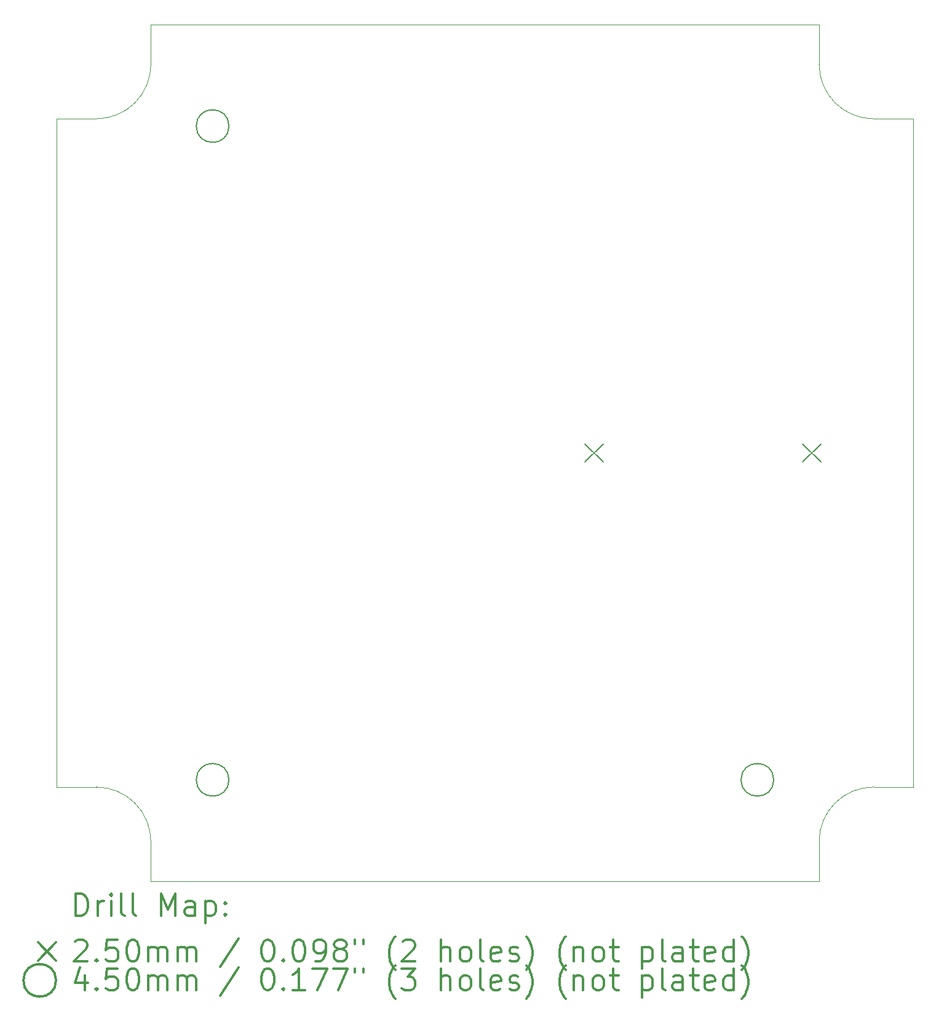
<source format=gbr>
%FSLAX45Y45*%
G04 Gerber Fmt 4.5, Leading zero omitted, Abs format (unit mm)*
G04 Created by KiCad (PCBNEW 4.0.7-e2-6376~61~ubuntu18.04.1) date Thu Aug  9 16:35:48 2018*
%MOMM*%
%LPD*%
G01*
G04 APERTURE LIST*
%ADD10C,0.127000*%
%ADD11C,0.100000*%
%ADD12C,0.200000*%
%ADD13C,0.300000*%
G04 APERTURE END LIST*
D10*
D11*
X20100000Y-2650000D02*
G75*
G03X20850000Y-3400000I750000J0D01*
G01*
X20850000Y-12600000D02*
G75*
G03X20100000Y-13350000I0J-750000D01*
G01*
X10900000Y-13350000D02*
G75*
G03X10150000Y-12600000I-750000J0D01*
G01*
X10150000Y-3400000D02*
G75*
G03X10900000Y-2650000I0J750000D01*
G01*
X20100000Y-13350000D02*
X20100000Y-13900000D01*
X21400000Y-12600000D02*
X20850000Y-12600000D01*
X21400000Y-3400000D02*
X21400000Y-12600000D01*
X20850000Y-3400000D02*
X21400000Y-3400000D01*
X20100000Y-2100000D02*
X20100000Y-2650000D01*
X10900000Y-2100000D02*
X20100000Y-2100000D01*
X10900000Y-2650000D02*
X10900000Y-2100000D01*
X9600000Y-3400000D02*
X10150000Y-3400000D01*
X9600000Y-12600000D02*
X9600000Y-3400000D01*
X10150000Y-12600000D02*
X9600000Y-12600000D01*
X10900000Y-13900000D02*
X10900000Y-13350000D01*
X10900000Y-13900000D02*
X20100000Y-13900000D01*
D12*
X16875000Y-7875000D02*
X17125000Y-8125000D01*
X17125000Y-7875000D02*
X16875000Y-8125000D01*
X19875000Y-7875000D02*
X20125000Y-8125000D01*
X20125000Y-7875000D02*
X19875000Y-8125000D01*
X11975000Y-3500000D02*
G75*
G03X11975000Y-3500000I-225000J0D01*
G01*
X11975000Y-12500000D02*
G75*
G03X11975000Y-12500000I-225000J0D01*
G01*
X19475000Y-12500000D02*
G75*
G03X19475000Y-12500000I-225000J0D01*
G01*
D13*
X9866429Y-14370714D02*
X9866429Y-14070714D01*
X9937857Y-14070714D01*
X9980714Y-14085000D01*
X10009286Y-14113571D01*
X10023571Y-14142143D01*
X10037857Y-14199286D01*
X10037857Y-14242143D01*
X10023571Y-14299286D01*
X10009286Y-14327857D01*
X9980714Y-14356429D01*
X9937857Y-14370714D01*
X9866429Y-14370714D01*
X10166429Y-14370714D02*
X10166429Y-14170714D01*
X10166429Y-14227857D02*
X10180714Y-14199286D01*
X10195000Y-14185000D01*
X10223571Y-14170714D01*
X10252143Y-14170714D01*
X10352143Y-14370714D02*
X10352143Y-14170714D01*
X10352143Y-14070714D02*
X10337857Y-14085000D01*
X10352143Y-14099286D01*
X10366429Y-14085000D01*
X10352143Y-14070714D01*
X10352143Y-14099286D01*
X10537857Y-14370714D02*
X10509286Y-14356429D01*
X10495000Y-14327857D01*
X10495000Y-14070714D01*
X10695000Y-14370714D02*
X10666429Y-14356429D01*
X10652143Y-14327857D01*
X10652143Y-14070714D01*
X11037857Y-14370714D02*
X11037857Y-14070714D01*
X11137857Y-14285000D01*
X11237857Y-14070714D01*
X11237857Y-14370714D01*
X11509286Y-14370714D02*
X11509286Y-14213571D01*
X11495000Y-14185000D01*
X11466428Y-14170714D01*
X11409286Y-14170714D01*
X11380714Y-14185000D01*
X11509286Y-14356429D02*
X11480714Y-14370714D01*
X11409286Y-14370714D01*
X11380714Y-14356429D01*
X11366428Y-14327857D01*
X11366428Y-14299286D01*
X11380714Y-14270714D01*
X11409286Y-14256429D01*
X11480714Y-14256429D01*
X11509286Y-14242143D01*
X11652143Y-14170714D02*
X11652143Y-14470714D01*
X11652143Y-14185000D02*
X11680714Y-14170714D01*
X11737857Y-14170714D01*
X11766428Y-14185000D01*
X11780714Y-14199286D01*
X11795000Y-14227857D01*
X11795000Y-14313571D01*
X11780714Y-14342143D01*
X11766428Y-14356429D01*
X11737857Y-14370714D01*
X11680714Y-14370714D01*
X11652143Y-14356429D01*
X11923571Y-14342143D02*
X11937857Y-14356429D01*
X11923571Y-14370714D01*
X11909286Y-14356429D01*
X11923571Y-14342143D01*
X11923571Y-14370714D01*
X11923571Y-14185000D02*
X11937857Y-14199286D01*
X11923571Y-14213571D01*
X11909286Y-14199286D01*
X11923571Y-14185000D01*
X11923571Y-14213571D01*
X9345000Y-14740000D02*
X9595000Y-14990000D01*
X9595000Y-14740000D02*
X9345000Y-14990000D01*
X9852143Y-14729286D02*
X9866429Y-14715000D01*
X9895000Y-14700714D01*
X9966429Y-14700714D01*
X9995000Y-14715000D01*
X10009286Y-14729286D01*
X10023571Y-14757857D01*
X10023571Y-14786429D01*
X10009286Y-14829286D01*
X9837857Y-15000714D01*
X10023571Y-15000714D01*
X10152143Y-14972143D02*
X10166429Y-14986429D01*
X10152143Y-15000714D01*
X10137857Y-14986429D01*
X10152143Y-14972143D01*
X10152143Y-15000714D01*
X10437857Y-14700714D02*
X10295000Y-14700714D01*
X10280714Y-14843571D01*
X10295000Y-14829286D01*
X10323571Y-14815000D01*
X10395000Y-14815000D01*
X10423571Y-14829286D01*
X10437857Y-14843571D01*
X10452143Y-14872143D01*
X10452143Y-14943571D01*
X10437857Y-14972143D01*
X10423571Y-14986429D01*
X10395000Y-15000714D01*
X10323571Y-15000714D01*
X10295000Y-14986429D01*
X10280714Y-14972143D01*
X10637857Y-14700714D02*
X10666429Y-14700714D01*
X10695000Y-14715000D01*
X10709286Y-14729286D01*
X10723571Y-14757857D01*
X10737857Y-14815000D01*
X10737857Y-14886429D01*
X10723571Y-14943571D01*
X10709286Y-14972143D01*
X10695000Y-14986429D01*
X10666429Y-15000714D01*
X10637857Y-15000714D01*
X10609286Y-14986429D01*
X10595000Y-14972143D01*
X10580714Y-14943571D01*
X10566429Y-14886429D01*
X10566429Y-14815000D01*
X10580714Y-14757857D01*
X10595000Y-14729286D01*
X10609286Y-14715000D01*
X10637857Y-14700714D01*
X10866429Y-15000714D02*
X10866429Y-14800714D01*
X10866429Y-14829286D02*
X10880714Y-14815000D01*
X10909286Y-14800714D01*
X10952143Y-14800714D01*
X10980714Y-14815000D01*
X10995000Y-14843571D01*
X10995000Y-15000714D01*
X10995000Y-14843571D02*
X11009286Y-14815000D01*
X11037857Y-14800714D01*
X11080714Y-14800714D01*
X11109286Y-14815000D01*
X11123571Y-14843571D01*
X11123571Y-15000714D01*
X11266428Y-15000714D02*
X11266428Y-14800714D01*
X11266428Y-14829286D02*
X11280714Y-14815000D01*
X11309286Y-14800714D01*
X11352143Y-14800714D01*
X11380714Y-14815000D01*
X11395000Y-14843571D01*
X11395000Y-15000714D01*
X11395000Y-14843571D02*
X11409286Y-14815000D01*
X11437857Y-14800714D01*
X11480714Y-14800714D01*
X11509286Y-14815000D01*
X11523571Y-14843571D01*
X11523571Y-15000714D01*
X12109286Y-14686429D02*
X11852143Y-15072143D01*
X12495000Y-14700714D02*
X12523571Y-14700714D01*
X12552143Y-14715000D01*
X12566428Y-14729286D01*
X12580714Y-14757857D01*
X12595000Y-14815000D01*
X12595000Y-14886429D01*
X12580714Y-14943571D01*
X12566428Y-14972143D01*
X12552143Y-14986429D01*
X12523571Y-15000714D01*
X12495000Y-15000714D01*
X12466428Y-14986429D01*
X12452143Y-14972143D01*
X12437857Y-14943571D01*
X12423571Y-14886429D01*
X12423571Y-14815000D01*
X12437857Y-14757857D01*
X12452143Y-14729286D01*
X12466428Y-14715000D01*
X12495000Y-14700714D01*
X12723571Y-14972143D02*
X12737857Y-14986429D01*
X12723571Y-15000714D01*
X12709286Y-14986429D01*
X12723571Y-14972143D01*
X12723571Y-15000714D01*
X12923571Y-14700714D02*
X12952143Y-14700714D01*
X12980714Y-14715000D01*
X12995000Y-14729286D01*
X13009285Y-14757857D01*
X13023571Y-14815000D01*
X13023571Y-14886429D01*
X13009285Y-14943571D01*
X12995000Y-14972143D01*
X12980714Y-14986429D01*
X12952143Y-15000714D01*
X12923571Y-15000714D01*
X12895000Y-14986429D01*
X12880714Y-14972143D01*
X12866428Y-14943571D01*
X12852143Y-14886429D01*
X12852143Y-14815000D01*
X12866428Y-14757857D01*
X12880714Y-14729286D01*
X12895000Y-14715000D01*
X12923571Y-14700714D01*
X13166428Y-15000714D02*
X13223571Y-15000714D01*
X13252143Y-14986429D01*
X13266428Y-14972143D01*
X13295000Y-14929286D01*
X13309285Y-14872143D01*
X13309285Y-14757857D01*
X13295000Y-14729286D01*
X13280714Y-14715000D01*
X13252143Y-14700714D01*
X13195000Y-14700714D01*
X13166428Y-14715000D01*
X13152143Y-14729286D01*
X13137857Y-14757857D01*
X13137857Y-14829286D01*
X13152143Y-14857857D01*
X13166428Y-14872143D01*
X13195000Y-14886429D01*
X13252143Y-14886429D01*
X13280714Y-14872143D01*
X13295000Y-14857857D01*
X13309285Y-14829286D01*
X13480714Y-14829286D02*
X13452143Y-14815000D01*
X13437857Y-14800714D01*
X13423571Y-14772143D01*
X13423571Y-14757857D01*
X13437857Y-14729286D01*
X13452143Y-14715000D01*
X13480714Y-14700714D01*
X13537857Y-14700714D01*
X13566428Y-14715000D01*
X13580714Y-14729286D01*
X13595000Y-14757857D01*
X13595000Y-14772143D01*
X13580714Y-14800714D01*
X13566428Y-14815000D01*
X13537857Y-14829286D01*
X13480714Y-14829286D01*
X13452143Y-14843571D01*
X13437857Y-14857857D01*
X13423571Y-14886429D01*
X13423571Y-14943571D01*
X13437857Y-14972143D01*
X13452143Y-14986429D01*
X13480714Y-15000714D01*
X13537857Y-15000714D01*
X13566428Y-14986429D01*
X13580714Y-14972143D01*
X13595000Y-14943571D01*
X13595000Y-14886429D01*
X13580714Y-14857857D01*
X13566428Y-14843571D01*
X13537857Y-14829286D01*
X13709286Y-14700714D02*
X13709286Y-14757857D01*
X13823571Y-14700714D02*
X13823571Y-14757857D01*
X14266428Y-15115000D02*
X14252143Y-15100714D01*
X14223571Y-15057857D01*
X14209285Y-15029286D01*
X14195000Y-14986429D01*
X14180714Y-14915000D01*
X14180714Y-14857857D01*
X14195000Y-14786429D01*
X14209285Y-14743571D01*
X14223571Y-14715000D01*
X14252143Y-14672143D01*
X14266428Y-14657857D01*
X14366428Y-14729286D02*
X14380714Y-14715000D01*
X14409285Y-14700714D01*
X14480714Y-14700714D01*
X14509285Y-14715000D01*
X14523571Y-14729286D01*
X14537857Y-14757857D01*
X14537857Y-14786429D01*
X14523571Y-14829286D01*
X14352143Y-15000714D01*
X14537857Y-15000714D01*
X14895000Y-15000714D02*
X14895000Y-14700714D01*
X15023571Y-15000714D02*
X15023571Y-14843571D01*
X15009285Y-14815000D01*
X14980714Y-14800714D01*
X14937857Y-14800714D01*
X14909285Y-14815000D01*
X14895000Y-14829286D01*
X15209285Y-15000714D02*
X15180714Y-14986429D01*
X15166428Y-14972143D01*
X15152143Y-14943571D01*
X15152143Y-14857857D01*
X15166428Y-14829286D01*
X15180714Y-14815000D01*
X15209285Y-14800714D01*
X15252143Y-14800714D01*
X15280714Y-14815000D01*
X15295000Y-14829286D01*
X15309285Y-14857857D01*
X15309285Y-14943571D01*
X15295000Y-14972143D01*
X15280714Y-14986429D01*
X15252143Y-15000714D01*
X15209285Y-15000714D01*
X15480714Y-15000714D02*
X15452143Y-14986429D01*
X15437857Y-14957857D01*
X15437857Y-14700714D01*
X15709286Y-14986429D02*
X15680714Y-15000714D01*
X15623571Y-15000714D01*
X15595000Y-14986429D01*
X15580714Y-14957857D01*
X15580714Y-14843571D01*
X15595000Y-14815000D01*
X15623571Y-14800714D01*
X15680714Y-14800714D01*
X15709286Y-14815000D01*
X15723571Y-14843571D01*
X15723571Y-14872143D01*
X15580714Y-14900714D01*
X15837857Y-14986429D02*
X15866428Y-15000714D01*
X15923571Y-15000714D01*
X15952143Y-14986429D01*
X15966428Y-14957857D01*
X15966428Y-14943571D01*
X15952143Y-14915000D01*
X15923571Y-14900714D01*
X15880714Y-14900714D01*
X15852143Y-14886429D01*
X15837857Y-14857857D01*
X15837857Y-14843571D01*
X15852143Y-14815000D01*
X15880714Y-14800714D01*
X15923571Y-14800714D01*
X15952143Y-14815000D01*
X16066428Y-15115000D02*
X16080714Y-15100714D01*
X16109286Y-15057857D01*
X16123571Y-15029286D01*
X16137857Y-14986429D01*
X16152143Y-14915000D01*
X16152143Y-14857857D01*
X16137857Y-14786429D01*
X16123571Y-14743571D01*
X16109286Y-14715000D01*
X16080714Y-14672143D01*
X16066428Y-14657857D01*
X16609286Y-15115000D02*
X16595000Y-15100714D01*
X16566428Y-15057857D01*
X16552143Y-15029286D01*
X16537857Y-14986429D01*
X16523571Y-14915000D01*
X16523571Y-14857857D01*
X16537857Y-14786429D01*
X16552143Y-14743571D01*
X16566428Y-14715000D01*
X16595000Y-14672143D01*
X16609286Y-14657857D01*
X16723571Y-14800714D02*
X16723571Y-15000714D01*
X16723571Y-14829286D02*
X16737857Y-14815000D01*
X16766428Y-14800714D01*
X16809286Y-14800714D01*
X16837857Y-14815000D01*
X16852143Y-14843571D01*
X16852143Y-15000714D01*
X17037857Y-15000714D02*
X17009286Y-14986429D01*
X16995000Y-14972143D01*
X16980714Y-14943571D01*
X16980714Y-14857857D01*
X16995000Y-14829286D01*
X17009286Y-14815000D01*
X17037857Y-14800714D01*
X17080714Y-14800714D01*
X17109286Y-14815000D01*
X17123571Y-14829286D01*
X17137857Y-14857857D01*
X17137857Y-14943571D01*
X17123571Y-14972143D01*
X17109286Y-14986429D01*
X17080714Y-15000714D01*
X17037857Y-15000714D01*
X17223571Y-14800714D02*
X17337857Y-14800714D01*
X17266429Y-14700714D02*
X17266429Y-14957857D01*
X17280714Y-14986429D01*
X17309286Y-15000714D01*
X17337857Y-15000714D01*
X17666429Y-14800714D02*
X17666429Y-15100714D01*
X17666429Y-14815000D02*
X17695000Y-14800714D01*
X17752143Y-14800714D01*
X17780714Y-14815000D01*
X17795000Y-14829286D01*
X17809286Y-14857857D01*
X17809286Y-14943571D01*
X17795000Y-14972143D01*
X17780714Y-14986429D01*
X17752143Y-15000714D01*
X17695000Y-15000714D01*
X17666429Y-14986429D01*
X17980714Y-15000714D02*
X17952143Y-14986429D01*
X17937857Y-14957857D01*
X17937857Y-14700714D01*
X18223571Y-15000714D02*
X18223571Y-14843571D01*
X18209286Y-14815000D01*
X18180714Y-14800714D01*
X18123571Y-14800714D01*
X18095000Y-14815000D01*
X18223571Y-14986429D02*
X18195000Y-15000714D01*
X18123571Y-15000714D01*
X18095000Y-14986429D01*
X18080714Y-14957857D01*
X18080714Y-14929286D01*
X18095000Y-14900714D01*
X18123571Y-14886429D01*
X18195000Y-14886429D01*
X18223571Y-14872143D01*
X18323571Y-14800714D02*
X18437857Y-14800714D01*
X18366429Y-14700714D02*
X18366429Y-14957857D01*
X18380714Y-14986429D01*
X18409286Y-15000714D01*
X18437857Y-15000714D01*
X18652143Y-14986429D02*
X18623572Y-15000714D01*
X18566429Y-15000714D01*
X18537857Y-14986429D01*
X18523572Y-14957857D01*
X18523572Y-14843571D01*
X18537857Y-14815000D01*
X18566429Y-14800714D01*
X18623572Y-14800714D01*
X18652143Y-14815000D01*
X18666429Y-14843571D01*
X18666429Y-14872143D01*
X18523572Y-14900714D01*
X18923572Y-15000714D02*
X18923572Y-14700714D01*
X18923572Y-14986429D02*
X18895000Y-15000714D01*
X18837857Y-15000714D01*
X18809286Y-14986429D01*
X18795000Y-14972143D01*
X18780714Y-14943571D01*
X18780714Y-14857857D01*
X18795000Y-14829286D01*
X18809286Y-14815000D01*
X18837857Y-14800714D01*
X18895000Y-14800714D01*
X18923572Y-14815000D01*
X19037857Y-15115000D02*
X19052143Y-15100714D01*
X19080714Y-15057857D01*
X19095000Y-15029286D01*
X19109286Y-14986429D01*
X19123572Y-14915000D01*
X19123572Y-14857857D01*
X19109286Y-14786429D01*
X19095000Y-14743571D01*
X19080714Y-14715000D01*
X19052143Y-14672143D01*
X19037857Y-14657857D01*
X9595000Y-15261000D02*
G75*
G03X9595000Y-15261000I-225000J0D01*
G01*
X9995000Y-15196714D02*
X9995000Y-15396714D01*
X9923571Y-15082429D02*
X9852143Y-15296714D01*
X10037857Y-15296714D01*
X10152143Y-15368143D02*
X10166429Y-15382429D01*
X10152143Y-15396714D01*
X10137857Y-15382429D01*
X10152143Y-15368143D01*
X10152143Y-15396714D01*
X10437857Y-15096714D02*
X10295000Y-15096714D01*
X10280714Y-15239571D01*
X10295000Y-15225286D01*
X10323571Y-15211000D01*
X10395000Y-15211000D01*
X10423571Y-15225286D01*
X10437857Y-15239571D01*
X10452143Y-15268143D01*
X10452143Y-15339571D01*
X10437857Y-15368143D01*
X10423571Y-15382429D01*
X10395000Y-15396714D01*
X10323571Y-15396714D01*
X10295000Y-15382429D01*
X10280714Y-15368143D01*
X10637857Y-15096714D02*
X10666429Y-15096714D01*
X10695000Y-15111000D01*
X10709286Y-15125286D01*
X10723571Y-15153857D01*
X10737857Y-15211000D01*
X10737857Y-15282429D01*
X10723571Y-15339571D01*
X10709286Y-15368143D01*
X10695000Y-15382429D01*
X10666429Y-15396714D01*
X10637857Y-15396714D01*
X10609286Y-15382429D01*
X10595000Y-15368143D01*
X10580714Y-15339571D01*
X10566429Y-15282429D01*
X10566429Y-15211000D01*
X10580714Y-15153857D01*
X10595000Y-15125286D01*
X10609286Y-15111000D01*
X10637857Y-15096714D01*
X10866429Y-15396714D02*
X10866429Y-15196714D01*
X10866429Y-15225286D02*
X10880714Y-15211000D01*
X10909286Y-15196714D01*
X10952143Y-15196714D01*
X10980714Y-15211000D01*
X10995000Y-15239571D01*
X10995000Y-15396714D01*
X10995000Y-15239571D02*
X11009286Y-15211000D01*
X11037857Y-15196714D01*
X11080714Y-15196714D01*
X11109286Y-15211000D01*
X11123571Y-15239571D01*
X11123571Y-15396714D01*
X11266428Y-15396714D02*
X11266428Y-15196714D01*
X11266428Y-15225286D02*
X11280714Y-15211000D01*
X11309286Y-15196714D01*
X11352143Y-15196714D01*
X11380714Y-15211000D01*
X11395000Y-15239571D01*
X11395000Y-15396714D01*
X11395000Y-15239571D02*
X11409286Y-15211000D01*
X11437857Y-15196714D01*
X11480714Y-15196714D01*
X11509286Y-15211000D01*
X11523571Y-15239571D01*
X11523571Y-15396714D01*
X12109286Y-15082429D02*
X11852143Y-15468143D01*
X12495000Y-15096714D02*
X12523571Y-15096714D01*
X12552143Y-15111000D01*
X12566428Y-15125286D01*
X12580714Y-15153857D01*
X12595000Y-15211000D01*
X12595000Y-15282429D01*
X12580714Y-15339571D01*
X12566428Y-15368143D01*
X12552143Y-15382429D01*
X12523571Y-15396714D01*
X12495000Y-15396714D01*
X12466428Y-15382429D01*
X12452143Y-15368143D01*
X12437857Y-15339571D01*
X12423571Y-15282429D01*
X12423571Y-15211000D01*
X12437857Y-15153857D01*
X12452143Y-15125286D01*
X12466428Y-15111000D01*
X12495000Y-15096714D01*
X12723571Y-15368143D02*
X12737857Y-15382429D01*
X12723571Y-15396714D01*
X12709286Y-15382429D01*
X12723571Y-15368143D01*
X12723571Y-15396714D01*
X13023571Y-15396714D02*
X12852143Y-15396714D01*
X12937857Y-15396714D02*
X12937857Y-15096714D01*
X12909285Y-15139571D01*
X12880714Y-15168143D01*
X12852143Y-15182429D01*
X13123571Y-15096714D02*
X13323571Y-15096714D01*
X13195000Y-15396714D01*
X13409285Y-15096714D02*
X13609285Y-15096714D01*
X13480714Y-15396714D01*
X13709286Y-15096714D02*
X13709286Y-15153857D01*
X13823571Y-15096714D02*
X13823571Y-15153857D01*
X14266428Y-15511000D02*
X14252143Y-15496714D01*
X14223571Y-15453857D01*
X14209285Y-15425286D01*
X14195000Y-15382429D01*
X14180714Y-15311000D01*
X14180714Y-15253857D01*
X14195000Y-15182429D01*
X14209285Y-15139571D01*
X14223571Y-15111000D01*
X14252143Y-15068143D01*
X14266428Y-15053857D01*
X14352143Y-15096714D02*
X14537857Y-15096714D01*
X14437857Y-15211000D01*
X14480714Y-15211000D01*
X14509285Y-15225286D01*
X14523571Y-15239571D01*
X14537857Y-15268143D01*
X14537857Y-15339571D01*
X14523571Y-15368143D01*
X14509285Y-15382429D01*
X14480714Y-15396714D01*
X14395000Y-15396714D01*
X14366428Y-15382429D01*
X14352143Y-15368143D01*
X14895000Y-15396714D02*
X14895000Y-15096714D01*
X15023571Y-15396714D02*
X15023571Y-15239571D01*
X15009285Y-15211000D01*
X14980714Y-15196714D01*
X14937857Y-15196714D01*
X14909285Y-15211000D01*
X14895000Y-15225286D01*
X15209285Y-15396714D02*
X15180714Y-15382429D01*
X15166428Y-15368143D01*
X15152143Y-15339571D01*
X15152143Y-15253857D01*
X15166428Y-15225286D01*
X15180714Y-15211000D01*
X15209285Y-15196714D01*
X15252143Y-15196714D01*
X15280714Y-15211000D01*
X15295000Y-15225286D01*
X15309285Y-15253857D01*
X15309285Y-15339571D01*
X15295000Y-15368143D01*
X15280714Y-15382429D01*
X15252143Y-15396714D01*
X15209285Y-15396714D01*
X15480714Y-15396714D02*
X15452143Y-15382429D01*
X15437857Y-15353857D01*
X15437857Y-15096714D01*
X15709286Y-15382429D02*
X15680714Y-15396714D01*
X15623571Y-15396714D01*
X15595000Y-15382429D01*
X15580714Y-15353857D01*
X15580714Y-15239571D01*
X15595000Y-15211000D01*
X15623571Y-15196714D01*
X15680714Y-15196714D01*
X15709286Y-15211000D01*
X15723571Y-15239571D01*
X15723571Y-15268143D01*
X15580714Y-15296714D01*
X15837857Y-15382429D02*
X15866428Y-15396714D01*
X15923571Y-15396714D01*
X15952143Y-15382429D01*
X15966428Y-15353857D01*
X15966428Y-15339571D01*
X15952143Y-15311000D01*
X15923571Y-15296714D01*
X15880714Y-15296714D01*
X15852143Y-15282429D01*
X15837857Y-15253857D01*
X15837857Y-15239571D01*
X15852143Y-15211000D01*
X15880714Y-15196714D01*
X15923571Y-15196714D01*
X15952143Y-15211000D01*
X16066428Y-15511000D02*
X16080714Y-15496714D01*
X16109286Y-15453857D01*
X16123571Y-15425286D01*
X16137857Y-15382429D01*
X16152143Y-15311000D01*
X16152143Y-15253857D01*
X16137857Y-15182429D01*
X16123571Y-15139571D01*
X16109286Y-15111000D01*
X16080714Y-15068143D01*
X16066428Y-15053857D01*
X16609286Y-15511000D02*
X16595000Y-15496714D01*
X16566428Y-15453857D01*
X16552143Y-15425286D01*
X16537857Y-15382429D01*
X16523571Y-15311000D01*
X16523571Y-15253857D01*
X16537857Y-15182429D01*
X16552143Y-15139571D01*
X16566428Y-15111000D01*
X16595000Y-15068143D01*
X16609286Y-15053857D01*
X16723571Y-15196714D02*
X16723571Y-15396714D01*
X16723571Y-15225286D02*
X16737857Y-15211000D01*
X16766428Y-15196714D01*
X16809286Y-15196714D01*
X16837857Y-15211000D01*
X16852143Y-15239571D01*
X16852143Y-15396714D01*
X17037857Y-15396714D02*
X17009286Y-15382429D01*
X16995000Y-15368143D01*
X16980714Y-15339571D01*
X16980714Y-15253857D01*
X16995000Y-15225286D01*
X17009286Y-15211000D01*
X17037857Y-15196714D01*
X17080714Y-15196714D01*
X17109286Y-15211000D01*
X17123571Y-15225286D01*
X17137857Y-15253857D01*
X17137857Y-15339571D01*
X17123571Y-15368143D01*
X17109286Y-15382429D01*
X17080714Y-15396714D01*
X17037857Y-15396714D01*
X17223571Y-15196714D02*
X17337857Y-15196714D01*
X17266429Y-15096714D02*
X17266429Y-15353857D01*
X17280714Y-15382429D01*
X17309286Y-15396714D01*
X17337857Y-15396714D01*
X17666429Y-15196714D02*
X17666429Y-15496714D01*
X17666429Y-15211000D02*
X17695000Y-15196714D01*
X17752143Y-15196714D01*
X17780714Y-15211000D01*
X17795000Y-15225286D01*
X17809286Y-15253857D01*
X17809286Y-15339571D01*
X17795000Y-15368143D01*
X17780714Y-15382429D01*
X17752143Y-15396714D01*
X17695000Y-15396714D01*
X17666429Y-15382429D01*
X17980714Y-15396714D02*
X17952143Y-15382429D01*
X17937857Y-15353857D01*
X17937857Y-15096714D01*
X18223571Y-15396714D02*
X18223571Y-15239571D01*
X18209286Y-15211000D01*
X18180714Y-15196714D01*
X18123571Y-15196714D01*
X18095000Y-15211000D01*
X18223571Y-15382429D02*
X18195000Y-15396714D01*
X18123571Y-15396714D01*
X18095000Y-15382429D01*
X18080714Y-15353857D01*
X18080714Y-15325286D01*
X18095000Y-15296714D01*
X18123571Y-15282429D01*
X18195000Y-15282429D01*
X18223571Y-15268143D01*
X18323571Y-15196714D02*
X18437857Y-15196714D01*
X18366429Y-15096714D02*
X18366429Y-15353857D01*
X18380714Y-15382429D01*
X18409286Y-15396714D01*
X18437857Y-15396714D01*
X18652143Y-15382429D02*
X18623572Y-15396714D01*
X18566429Y-15396714D01*
X18537857Y-15382429D01*
X18523572Y-15353857D01*
X18523572Y-15239571D01*
X18537857Y-15211000D01*
X18566429Y-15196714D01*
X18623572Y-15196714D01*
X18652143Y-15211000D01*
X18666429Y-15239571D01*
X18666429Y-15268143D01*
X18523572Y-15296714D01*
X18923572Y-15396714D02*
X18923572Y-15096714D01*
X18923572Y-15382429D02*
X18895000Y-15396714D01*
X18837857Y-15396714D01*
X18809286Y-15382429D01*
X18795000Y-15368143D01*
X18780714Y-15339571D01*
X18780714Y-15253857D01*
X18795000Y-15225286D01*
X18809286Y-15211000D01*
X18837857Y-15196714D01*
X18895000Y-15196714D01*
X18923572Y-15211000D01*
X19037857Y-15511000D02*
X19052143Y-15496714D01*
X19080714Y-15453857D01*
X19095000Y-15425286D01*
X19109286Y-15382429D01*
X19123572Y-15311000D01*
X19123572Y-15253857D01*
X19109286Y-15182429D01*
X19095000Y-15139571D01*
X19080714Y-15111000D01*
X19052143Y-15068143D01*
X19037857Y-15053857D01*
M02*

</source>
